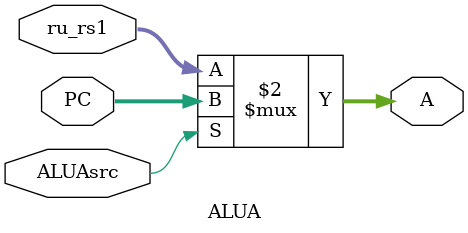
<source format=sv>
module ALUA(
    input logic        ALUAsrc,
    input logic [31:0] PC,
    input logic [31:0] ru_rs1,
    output logic [31:0] A
);
always @* begin
    A = (ALUAsrc) ? PC : ru_rs1;
end
endmodule


    
</source>
